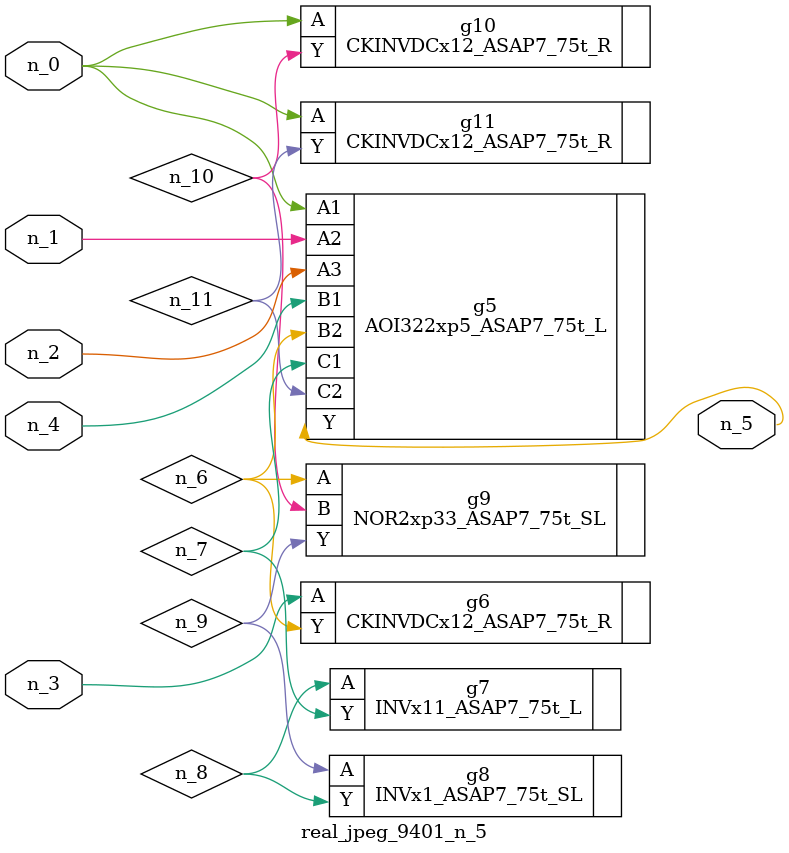
<source format=v>
module real_jpeg_9401_n_5 (n_4, n_0, n_1, n_2, n_3, n_5);

input n_4;
input n_0;
input n_1;
input n_2;
input n_3;

output n_5;

wire n_8;
wire n_11;
wire n_6;
wire n_7;
wire n_10;
wire n_9;

AOI322xp5_ASAP7_75t_L g5 ( 
.A1(n_0),
.A2(n_1),
.A3(n_2),
.B1(n_4),
.B2(n_6),
.C1(n_7),
.C2(n_11),
.Y(n_5)
);

CKINVDCx12_ASAP7_75t_R g10 ( 
.A(n_0),
.Y(n_10)
);

CKINVDCx12_ASAP7_75t_R g11 ( 
.A(n_0),
.Y(n_11)
);

CKINVDCx12_ASAP7_75t_R g6 ( 
.A(n_3),
.Y(n_6)
);

NOR2xp33_ASAP7_75t_SL g9 ( 
.A(n_6),
.B(n_10),
.Y(n_9)
);

INVx11_ASAP7_75t_L g7 ( 
.A(n_8),
.Y(n_7)
);

INVx1_ASAP7_75t_SL g8 ( 
.A(n_9),
.Y(n_8)
);


endmodule
</source>
